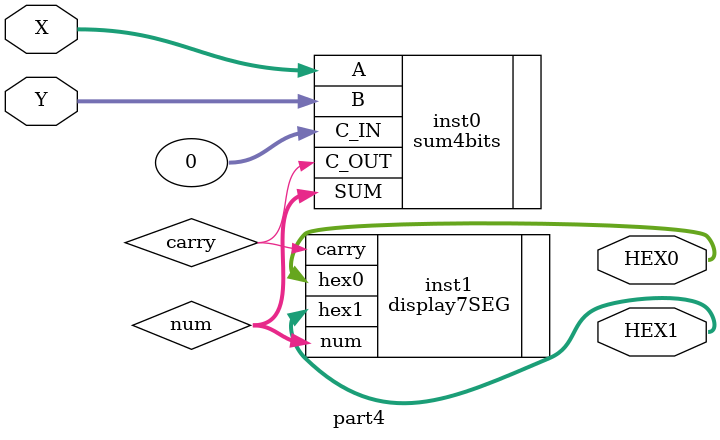
<source format=v>
module part4(X,Y,HEX0,HEX1);
	input 	[3:0]X,Y;
	output	[6:0]HEX0,HEX1;
	wire [3:0]num;
	wire carry;
	
	sum4bits 	inst0 (.A(X), .B(Y), .C_IN(0), .SUM(num), .C_OUT(carry));
	display7SEG	inst1 (.num(num), .carry(carry), .hex0(HEX0), .hex1(HEX1));
	
endmodule
</source>
